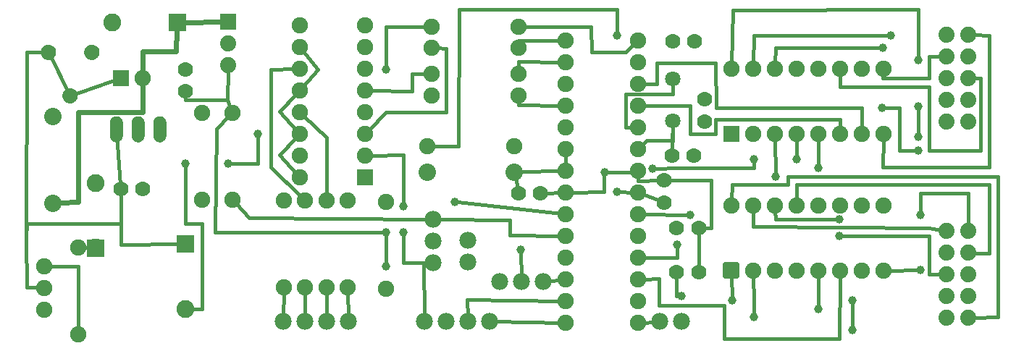
<source format=gbl>
G04 MADE WITH FRITZING*
G04 WWW.FRITZING.ORG*
G04 DOUBLE SIDED*
G04 HOLES PLATED*
G04 CONTOUR ON CENTER OF CONTOUR VECTOR*
%ASAXBY*%
%FSLAX23Y23*%
%MOIN*%
%OFA0B0*%
%SFA1.0B1.0*%
%ADD10C,0.039370*%
%ADD11C,0.070925*%
%ADD12C,0.070866*%
%ADD13C,0.070000*%
%ADD14C,0.082000*%
%ADD15C,0.078000*%
%ADD16C,0.075000*%
%ADD17C,0.074000*%
%ADD18C,0.060000*%
%ADD19C,0.080000*%
%ADD20C,0.074667*%
%ADD21C,0.074695*%
%ADD22R,0.082000X0.082000*%
%ADD23R,0.075000X0.075000*%
%ADD24C,0.016000*%
%ADD25C,0.024000*%
%ADD26C,0.020000*%
%ADD27R,0.001000X0.001000*%
%LNCOPPER0*%
G90*
G70*
G54D10*
X2305Y449D03*
X3044Y234D03*
G54D11*
X3005Y1041D03*
G54D12*
X3005Y1234D03*
G54D13*
X3101Y880D03*
X3001Y880D03*
X3105Y1407D03*
X3005Y1407D03*
G54D10*
X4134Y966D03*
X4134Y1108D03*
X4008Y1435D03*
X4134Y903D03*
X3970Y1377D03*
X3379Y864D03*
X3575Y864D03*
X3279Y215D03*
X3831Y215D03*
X3831Y76D03*
X3772Y589D03*
X3772Y510D03*
X4146Y608D03*
X4146Y353D03*
X1686Y1277D03*
X1095Y982D03*
X957Y844D03*
X760Y844D03*
X3674Y825D03*
X2749Y1435D03*
X2749Y714D03*
X3083Y608D03*
X3477Y785D03*
X2910Y821D03*
X3379Y136D03*
X3674Y175D03*
X1764Y648D03*
X1764Y529D03*
X1686Y529D03*
X3969Y1100D03*
X3024Y470D03*
X2001Y667D03*
X2690Y805D03*
X1686Y372D03*
X4134Y1321D03*
G54D13*
X3022Y549D03*
X3123Y549D03*
X3150Y1039D03*
X3150Y1140D03*
G54D14*
X760Y475D03*
X760Y175D03*
G54D15*
X1512Y116D03*
X1412Y116D03*
X1312Y116D03*
X1212Y116D03*
X2409Y301D03*
X2309Y301D03*
X2209Y301D03*
X2944Y116D03*
X3044Y116D03*
X2060Y492D03*
X2060Y392D03*
X1902Y588D03*
X1902Y488D03*
X1902Y388D03*
G54D16*
X1876Y923D03*
X2276Y923D03*
X977Y1079D03*
X977Y679D03*
G54D17*
X4264Y1438D03*
X4364Y1438D03*
X4264Y1338D03*
X4364Y1338D03*
X4264Y1238D03*
X4364Y1238D03*
X4264Y1138D03*
X4364Y1138D03*
X4264Y1038D03*
X4364Y1038D03*
X4264Y533D03*
X4364Y533D03*
X4264Y433D03*
X4364Y433D03*
X4264Y333D03*
X4364Y333D03*
X4264Y233D03*
X4364Y233D03*
X4264Y133D03*
X4364Y133D03*
G54D15*
X1860Y116D03*
X1960Y116D03*
X2060Y116D03*
X2160Y116D03*
G54D16*
X2845Y111D03*
X2845Y211D03*
X2845Y311D03*
X2845Y411D03*
X2845Y511D03*
X2845Y611D03*
X2845Y711D03*
X2845Y811D03*
X2845Y911D03*
X2845Y1011D03*
X2845Y1111D03*
X2845Y1211D03*
X2845Y1311D03*
X2512Y1411D03*
X2512Y1311D03*
X2512Y1211D03*
X2512Y1111D03*
X2512Y1011D03*
X2512Y911D03*
X2512Y811D03*
X2512Y711D03*
X2512Y611D03*
X2512Y511D03*
X2512Y411D03*
X2512Y311D03*
X2512Y211D03*
X2512Y111D03*
X2845Y1411D03*
G54D17*
X957Y1497D03*
X957Y1397D03*
X957Y1297D03*
G54D16*
X1587Y781D03*
X1287Y781D03*
X1587Y881D03*
X1287Y881D03*
X1587Y981D03*
X1287Y981D03*
X1587Y1081D03*
X1287Y1081D03*
X1587Y1181D03*
X1287Y1181D03*
X1587Y1281D03*
X1287Y1281D03*
X1587Y1381D03*
X1287Y1381D03*
X1587Y1481D03*
X1287Y1481D03*
G54D13*
X331Y1356D03*
X131Y1356D03*
X231Y1156D03*
G54D16*
X3274Y352D03*
X3274Y652D03*
X3374Y352D03*
X3374Y652D03*
X3474Y352D03*
X3474Y652D03*
X3574Y352D03*
X3574Y652D03*
X3674Y352D03*
X3674Y652D03*
X3774Y352D03*
X3774Y652D03*
X3874Y352D03*
X3874Y652D03*
X3974Y352D03*
X3974Y652D03*
X3274Y982D03*
X3274Y1282D03*
X3374Y982D03*
X3374Y1282D03*
X3474Y982D03*
X3474Y1282D03*
X3574Y982D03*
X3574Y1282D03*
X3674Y982D03*
X3674Y1282D03*
X3774Y982D03*
X3774Y1282D03*
X3874Y982D03*
X3874Y1282D03*
X3974Y982D03*
X3974Y1282D03*
G54D14*
X724Y1494D03*
X426Y1494D03*
G54D18*
X644Y1002D03*
X544Y1002D03*
X444Y1002D03*
G54D16*
X464Y1238D03*
X564Y1238D03*
G54D13*
X760Y1279D03*
X760Y1179D03*
G54D16*
X1213Y674D03*
X1213Y274D03*
X1312Y674D03*
X1312Y274D03*
X1410Y674D03*
X1410Y274D03*
X1508Y674D03*
X1508Y274D03*
X2296Y1159D03*
X1896Y1159D03*
X2296Y1258D03*
X1896Y1258D03*
X2296Y1376D03*
X1896Y1376D03*
X2296Y1474D03*
X1896Y1474D03*
G54D19*
X150Y1061D03*
X150Y661D03*
G54D16*
X839Y1079D03*
X839Y679D03*
G54D13*
X463Y726D03*
X564Y726D03*
G54D14*
X347Y456D03*
X347Y754D03*
G54D19*
X2276Y805D03*
X1876Y805D03*
G54D13*
X2396Y707D03*
X2296Y707D03*
X2965Y665D03*
X2965Y766D03*
G54D16*
X1686Y667D03*
X1686Y267D03*
G54D13*
X3123Y344D03*
X3022Y344D03*
G54D16*
X268Y457D03*
X268Y57D03*
G54D20*
X111Y172D03*
X111Y272D03*
G54D21*
X111Y372D03*
G54D22*
X760Y475D03*
G54D23*
X1587Y781D03*
X3274Y982D03*
G54D22*
X725Y1494D03*
G54D23*
X464Y1238D03*
G54D22*
X347Y455D03*
G54D24*
X3005Y986D02*
X3001Y900D01*
D02*
X3005Y1020D02*
X3005Y986D01*
D02*
X3005Y1163D02*
X2788Y1163D01*
D02*
X2788Y1163D02*
X2788Y1010D01*
D02*
X2788Y1010D02*
X2822Y1011D01*
D02*
X3005Y1213D02*
X3005Y1163D01*
D02*
X2886Y951D02*
X2861Y927D01*
D02*
X3001Y951D02*
X2886Y951D01*
D02*
X3004Y1020D02*
X3001Y951D01*
D02*
X2309Y326D02*
X2305Y435D01*
D02*
X2867Y112D02*
X2919Y115D01*
D02*
X3020Y234D02*
X3022Y324D01*
D02*
X3031Y234D02*
X3020Y234D01*
D02*
X3123Y529D02*
X3123Y365D01*
D02*
X1370Y1278D02*
X1302Y1198D01*
D02*
X1302Y1363D02*
X1370Y1278D01*
D02*
X1859Y387D02*
X1878Y388D01*
D02*
X1860Y141D02*
X1859Y387D01*
D02*
X4134Y980D02*
X4134Y1095D01*
D02*
X3995Y1435D02*
X3378Y1435D01*
D02*
X3378Y1435D02*
X3374Y1305D01*
D02*
X3956Y1377D02*
X3477Y1377D01*
D02*
X3477Y1377D02*
X3475Y1305D01*
D02*
X4390Y1437D02*
X4461Y1435D01*
D02*
X3279Y228D02*
X3275Y329D01*
D02*
X3831Y90D02*
X3831Y201D01*
D02*
X4462Y430D02*
X4390Y432D01*
D02*
X4462Y747D02*
X4462Y430D01*
D02*
X3576Y747D02*
X4462Y747D01*
D02*
X3574Y675D02*
X3576Y747D01*
D02*
X3375Y553D02*
X3374Y629D01*
D02*
X4185Y549D02*
X3375Y553D01*
D02*
X4239Y538D02*
X4185Y549D01*
D02*
X3477Y589D02*
X3475Y629D01*
D02*
X3758Y589D02*
X3477Y589D01*
D02*
X4185Y510D02*
X3785Y510D01*
D02*
X4185Y333D02*
X4185Y510D01*
D02*
X4239Y333D02*
X4185Y333D01*
D02*
X4132Y353D02*
X3997Y352D01*
D02*
X4146Y707D02*
X4146Y622D01*
D02*
X4363Y707D02*
X4146Y707D01*
D02*
X4364Y558D02*
X4363Y707D01*
D02*
X1685Y1474D02*
X1873Y1474D01*
D02*
X1686Y1291D02*
X1685Y1474D01*
D02*
X2490Y309D02*
X2434Y304D01*
D02*
X1095Y845D02*
X971Y844D01*
D02*
X1095Y969D02*
X1095Y845D01*
D02*
X761Y569D02*
X839Y569D01*
D02*
X839Y569D02*
X839Y174D01*
D02*
X839Y174D02*
X787Y175D01*
D02*
X760Y831D02*
X761Y569D01*
D02*
X1212Y141D02*
X1213Y250D01*
D02*
X4121Y904D02*
X4049Y904D01*
D02*
X4049Y904D02*
X4049Y1100D01*
D02*
X4049Y1100D02*
X3983Y1100D01*
D02*
X3674Y838D02*
X3674Y959D01*
D02*
X2866Y703D02*
X2946Y673D01*
D02*
X3182Y548D02*
X3182Y766D01*
D02*
X3143Y549D02*
X3182Y548D01*
D02*
X3182Y766D02*
X2986Y766D01*
D02*
X2762Y714D02*
X2822Y712D01*
D02*
X2747Y1553D02*
X2749Y1448D01*
D02*
X2019Y923D02*
X2021Y1553D01*
D02*
X1899Y923D02*
X2019Y923D01*
D02*
X2021Y1553D02*
X2747Y1553D01*
D02*
X3378Y215D02*
X3375Y329D01*
D02*
X3378Y825D02*
X3024Y825D01*
D02*
X3379Y851D02*
X3378Y825D01*
D02*
X3574Y959D02*
X3575Y878D01*
D02*
X3024Y825D02*
X2923Y821D01*
D02*
X3477Y799D02*
X3474Y959D01*
D02*
X2867Y611D02*
X3070Y608D01*
D02*
X3279Y747D02*
X3536Y747D01*
D02*
X4501Y785D02*
X4501Y136D01*
D02*
X3536Y785D02*
X4501Y785D01*
D02*
X3536Y747D02*
X3536Y785D01*
D02*
X3275Y675D02*
X3279Y747D01*
D02*
X3378Y215D02*
X3379Y149D01*
D02*
X1765Y884D02*
X1764Y661D01*
D02*
X1610Y881D02*
X1765Y884D01*
D02*
X3674Y189D02*
X3674Y329D01*
D02*
X4501Y136D02*
X4390Y133D01*
D02*
X1686Y516D02*
X1686Y385D01*
D02*
X1764Y388D02*
X1878Y388D01*
D02*
X1764Y516D02*
X1764Y388D01*
D02*
X2184Y116D02*
X2490Y112D01*
D02*
X1511Y141D02*
X1509Y250D01*
D02*
X1411Y141D02*
X1410Y250D01*
D02*
X2296Y1411D02*
X2296Y1399D01*
D02*
X2490Y1411D02*
X2296Y1411D01*
D02*
X2296Y1313D02*
X2296Y1281D01*
D02*
X2490Y1311D02*
X2296Y1313D01*
D02*
X1312Y141D02*
X1312Y250D01*
D02*
X2293Y1115D02*
X2294Y1136D01*
D02*
X2490Y1112D02*
X2293Y1115D01*
D02*
X2630Y1357D02*
X2629Y1474D01*
D02*
X2629Y1474D02*
X2319Y1474D01*
D02*
X2788Y1357D02*
X2630Y1357D01*
D02*
X2829Y1396D02*
X2788Y1357D01*
D02*
X2060Y141D02*
X2059Y216D01*
D02*
X2059Y216D02*
X2490Y212D01*
D02*
X1804Y1257D02*
X1873Y1258D01*
D02*
X1804Y1179D02*
X1804Y1257D01*
D02*
X1610Y1180D02*
X1804Y1179D01*
D02*
X4185Y1199D02*
X3773Y1199D01*
D02*
X4422Y903D02*
X4186Y903D01*
D02*
X4422Y1239D02*
X4422Y903D01*
D02*
X4186Y903D02*
X4185Y1199D01*
D02*
X4390Y1238D02*
X4422Y1239D01*
D02*
X3773Y1199D02*
X3774Y1259D01*
D02*
X4186Y1336D02*
X4186Y1237D01*
D02*
X4239Y1338D02*
X4186Y1336D01*
D02*
X3970Y1238D02*
X3972Y1259D01*
D02*
X4186Y1237D02*
X3970Y1238D01*
D02*
X4461Y1435D02*
X4460Y826D01*
D02*
X3970Y826D02*
X3973Y959D01*
D02*
X4460Y826D02*
X3970Y826D01*
D02*
X1304Y1064D02*
X1410Y963D01*
D02*
X1410Y963D02*
X1410Y697D01*
D02*
X2292Y727D02*
X2281Y780D01*
D02*
X2490Y811D02*
X2302Y806D01*
D02*
X2512Y889D02*
X2512Y834D01*
D02*
X3241Y38D02*
X3771Y38D01*
D02*
X3241Y191D02*
X3241Y38D01*
D02*
X2941Y191D02*
X3241Y191D01*
D02*
X2941Y313D02*
X2941Y191D01*
D02*
X2867Y312D02*
X2941Y313D01*
D02*
X3771Y38D02*
X3774Y329D01*
D02*
X1685Y1081D02*
X1961Y1081D01*
D02*
X1603Y997D02*
X1685Y1081D01*
D02*
X1961Y1081D02*
X1961Y1375D01*
D02*
X1961Y1375D02*
X1919Y1376D01*
D02*
X1264Y1280D02*
X1153Y1279D01*
D02*
X1153Y1279D02*
X1154Y828D01*
D02*
X1154Y828D02*
X1295Y690D01*
D02*
X2867Y1111D02*
X3083Y1112D01*
D02*
X3083Y982D02*
X3202Y982D01*
D02*
X3083Y1112D02*
X3083Y982D01*
D02*
X3202Y982D02*
X3202Y1049D01*
D02*
X3202Y1049D02*
X3776Y1049D01*
D02*
X3776Y1049D02*
X3775Y1005D01*
D02*
X3023Y412D02*
X3024Y457D01*
D02*
X2867Y411D02*
X3023Y412D01*
D02*
X2930Y1210D02*
X2930Y1309D01*
D02*
X2867Y1211D02*
X2930Y1210D01*
D02*
X2930Y1309D02*
X3202Y1309D01*
D02*
X3202Y1309D02*
X3203Y1100D01*
D02*
X3203Y1100D02*
X3874Y1100D01*
D02*
X3874Y1100D02*
X3874Y1005D01*
D02*
X2253Y584D02*
X1927Y588D01*
D02*
X2253Y513D02*
X2253Y584D01*
D02*
X2490Y512D02*
X2253Y513D01*
D02*
X1055Y593D02*
X1878Y589D01*
D02*
X993Y662D02*
X1055Y593D01*
G54D25*
D02*
X927Y1497D02*
X756Y1494D01*
D02*
X564Y1360D02*
X717Y1360D01*
D02*
X717Y1360D02*
X722Y1462D01*
D02*
X564Y1267D02*
X564Y1360D01*
D02*
X268Y668D02*
X268Y1081D01*
D02*
X181Y663D02*
X268Y668D01*
D02*
X563Y1081D02*
X564Y1209D01*
D02*
X268Y1081D02*
X563Y1081D01*
G54D24*
D02*
X291Y457D02*
X321Y456D01*
D02*
X137Y372D02*
X267Y371D01*
D02*
X267Y371D02*
X268Y80D01*
D02*
X2490Y614D02*
X2014Y666D01*
D02*
X762Y1139D02*
X956Y1139D01*
D02*
X956Y1139D02*
X969Y1101D01*
D02*
X761Y1158D02*
X762Y1139D01*
D02*
X762Y1139D02*
X761Y1158D01*
D02*
X956Y1139D02*
X762Y1139D01*
D02*
X957Y1272D02*
X956Y1139D01*
D02*
X1672Y529D02*
X897Y528D01*
D02*
X903Y1004D02*
X961Y1063D01*
D02*
X897Y528D02*
X903Y1004D01*
D02*
X1193Y1084D02*
X1271Y1164D01*
D02*
X1272Y998D02*
X1193Y1084D01*
D02*
X1194Y885D02*
X1271Y964D01*
D02*
X1272Y798D02*
X1194Y885D01*
D02*
X31Y569D02*
X466Y569D01*
D02*
X466Y569D02*
X464Y706D01*
D02*
X28Y502D02*
X31Y569D01*
D02*
X32Y275D02*
X28Y502D01*
D02*
X85Y273D02*
X32Y275D01*
D02*
X466Y471D02*
X734Y475D01*
D02*
X466Y569D02*
X466Y471D01*
D02*
X464Y706D02*
X466Y569D01*
D02*
X462Y747D02*
X446Y976D01*
D02*
X140Y1338D02*
X221Y1175D01*
D02*
X32Y1357D02*
X110Y1356D01*
D02*
X28Y502D02*
X32Y1357D01*
D02*
X250Y1163D02*
X442Y1230D01*
D02*
X2843Y765D02*
X2945Y766D01*
D02*
X2844Y789D02*
X2843Y765D01*
D02*
X2812Y804D02*
X2703Y805D01*
D02*
X2823Y807D02*
X2812Y804D01*
D02*
X2689Y792D02*
X2689Y715D01*
D02*
X2689Y715D02*
X2535Y712D01*
D02*
X2490Y710D02*
X2417Y707D01*
D02*
X4135Y1553D02*
X4134Y1334D01*
D02*
X3281Y1552D02*
X4135Y1553D01*
D02*
X3274Y1305D02*
X3281Y1552D01*
G54D26*
X3246Y380D02*
X3301Y380D01*
X3301Y325D01*
X3246Y325D01*
X3246Y380D01*
D02*
G54D27*
X920Y1534D02*
X993Y1534D01*
X920Y1533D02*
X993Y1533D01*
X920Y1532D02*
X993Y1532D01*
X920Y1531D02*
X993Y1531D01*
X920Y1530D02*
X993Y1530D01*
X920Y1529D02*
X993Y1529D01*
X920Y1528D02*
X993Y1528D01*
X920Y1527D02*
X993Y1527D01*
X920Y1526D02*
X993Y1526D01*
X920Y1525D02*
X993Y1525D01*
X920Y1524D02*
X993Y1524D01*
X920Y1523D02*
X993Y1523D01*
X920Y1522D02*
X993Y1522D01*
X920Y1521D02*
X993Y1521D01*
X920Y1520D02*
X993Y1520D01*
X920Y1519D02*
X993Y1519D01*
X920Y1518D02*
X993Y1518D01*
X920Y1517D02*
X993Y1517D01*
X920Y1516D02*
X951Y1516D01*
X963Y1516D02*
X993Y1516D01*
X920Y1515D02*
X948Y1515D01*
X965Y1515D02*
X993Y1515D01*
X920Y1514D02*
X946Y1514D01*
X967Y1514D02*
X993Y1514D01*
X920Y1513D02*
X945Y1513D01*
X969Y1513D02*
X993Y1513D01*
X920Y1512D02*
X943Y1512D01*
X970Y1512D02*
X993Y1512D01*
X920Y1511D02*
X942Y1511D01*
X971Y1511D02*
X993Y1511D01*
X920Y1510D02*
X941Y1510D01*
X972Y1510D02*
X993Y1510D01*
X920Y1509D02*
X941Y1509D01*
X973Y1509D02*
X993Y1509D01*
X920Y1508D02*
X940Y1508D01*
X974Y1508D02*
X993Y1508D01*
X920Y1507D02*
X939Y1507D01*
X974Y1507D02*
X993Y1507D01*
X920Y1506D02*
X939Y1506D01*
X975Y1506D02*
X993Y1506D01*
X920Y1505D02*
X938Y1505D01*
X975Y1505D02*
X993Y1505D01*
X920Y1504D02*
X938Y1504D01*
X976Y1504D02*
X993Y1504D01*
X920Y1503D02*
X937Y1503D01*
X976Y1503D02*
X993Y1503D01*
X920Y1502D02*
X937Y1502D01*
X976Y1502D02*
X993Y1502D01*
X920Y1501D02*
X937Y1501D01*
X976Y1501D02*
X993Y1501D01*
X920Y1500D02*
X937Y1500D01*
X977Y1500D02*
X993Y1500D01*
X920Y1499D02*
X937Y1499D01*
X977Y1499D02*
X993Y1499D01*
X920Y1498D02*
X937Y1498D01*
X977Y1498D02*
X993Y1498D01*
X920Y1497D02*
X937Y1497D01*
X977Y1497D02*
X993Y1497D01*
X920Y1496D02*
X937Y1496D01*
X977Y1496D02*
X993Y1496D01*
X920Y1495D02*
X937Y1495D01*
X977Y1495D02*
X993Y1495D01*
X920Y1494D02*
X937Y1494D01*
X977Y1494D02*
X993Y1494D01*
X920Y1493D02*
X937Y1493D01*
X976Y1493D02*
X993Y1493D01*
X920Y1492D02*
X937Y1492D01*
X976Y1492D02*
X993Y1492D01*
X920Y1491D02*
X938Y1491D01*
X976Y1491D02*
X993Y1491D01*
X920Y1490D02*
X938Y1490D01*
X975Y1490D02*
X993Y1490D01*
X920Y1489D02*
X938Y1489D01*
X975Y1489D02*
X993Y1489D01*
X920Y1488D02*
X939Y1488D01*
X974Y1488D02*
X993Y1488D01*
X920Y1487D02*
X939Y1487D01*
X974Y1487D02*
X993Y1487D01*
X920Y1486D02*
X940Y1486D01*
X973Y1486D02*
X993Y1486D01*
X920Y1485D02*
X941Y1485D01*
X973Y1485D02*
X993Y1485D01*
X920Y1484D02*
X942Y1484D01*
X972Y1484D02*
X993Y1484D01*
X920Y1483D02*
X943Y1483D01*
X971Y1483D02*
X993Y1483D01*
X920Y1482D02*
X944Y1482D01*
X970Y1482D02*
X993Y1482D01*
X920Y1481D02*
X945Y1481D01*
X968Y1481D02*
X993Y1481D01*
X920Y1480D02*
X947Y1480D01*
X967Y1480D02*
X993Y1480D01*
X920Y1479D02*
X949Y1479D01*
X965Y1479D02*
X993Y1479D01*
X920Y1478D02*
X952Y1478D01*
X961Y1478D02*
X993Y1478D01*
X920Y1477D02*
X993Y1477D01*
X920Y1476D02*
X993Y1476D01*
X920Y1475D02*
X993Y1475D01*
X920Y1474D02*
X993Y1474D01*
X920Y1473D02*
X993Y1473D01*
X920Y1472D02*
X993Y1472D01*
X920Y1471D02*
X993Y1471D01*
X920Y1470D02*
X993Y1470D01*
X920Y1469D02*
X993Y1469D01*
X920Y1468D02*
X993Y1468D01*
X920Y1467D02*
X993Y1467D01*
X920Y1466D02*
X993Y1466D01*
X920Y1465D02*
X993Y1465D01*
X920Y1464D02*
X993Y1464D01*
X920Y1463D02*
X993Y1463D01*
X920Y1462D02*
X993Y1462D01*
X920Y1461D02*
X993Y1461D01*
X127Y1391D02*
X133Y1391D01*
X327Y1391D02*
X333Y1391D01*
X122Y1390D02*
X138Y1390D01*
X322Y1390D02*
X338Y1390D01*
X119Y1389D02*
X141Y1389D01*
X319Y1389D02*
X341Y1389D01*
X116Y1388D02*
X144Y1388D01*
X316Y1388D02*
X344Y1388D01*
X114Y1387D02*
X146Y1387D01*
X314Y1387D02*
X346Y1387D01*
X112Y1386D02*
X148Y1386D01*
X312Y1386D02*
X348Y1386D01*
X111Y1385D02*
X149Y1385D01*
X311Y1385D02*
X349Y1385D01*
X109Y1384D02*
X151Y1384D01*
X309Y1384D02*
X351Y1384D01*
X108Y1383D02*
X152Y1383D01*
X308Y1383D02*
X352Y1383D01*
X107Y1382D02*
X153Y1382D01*
X307Y1382D02*
X353Y1382D01*
X106Y1381D02*
X154Y1381D01*
X306Y1381D02*
X354Y1381D01*
X105Y1380D02*
X155Y1380D01*
X305Y1380D02*
X355Y1380D01*
X104Y1379D02*
X156Y1379D01*
X304Y1379D02*
X356Y1379D01*
X103Y1378D02*
X157Y1378D01*
X303Y1378D02*
X357Y1378D01*
X102Y1377D02*
X158Y1377D01*
X302Y1377D02*
X358Y1377D01*
X102Y1376D02*
X158Y1376D01*
X302Y1376D02*
X358Y1376D01*
X101Y1375D02*
X159Y1375D01*
X301Y1375D02*
X359Y1375D01*
X101Y1374D02*
X159Y1374D01*
X301Y1374D02*
X359Y1374D01*
X100Y1373D02*
X160Y1373D01*
X300Y1373D02*
X360Y1373D01*
X99Y1372D02*
X161Y1372D01*
X299Y1372D02*
X361Y1372D01*
X99Y1371D02*
X126Y1371D01*
X134Y1371D02*
X161Y1371D01*
X299Y1371D02*
X326Y1371D01*
X334Y1371D02*
X361Y1371D01*
X99Y1370D02*
X123Y1370D01*
X137Y1370D02*
X162Y1370D01*
X299Y1370D02*
X323Y1370D01*
X337Y1370D02*
X361Y1370D01*
X98Y1369D02*
X121Y1369D01*
X139Y1369D02*
X162Y1369D01*
X298Y1369D02*
X321Y1369D01*
X339Y1369D02*
X362Y1369D01*
X98Y1368D02*
X120Y1368D01*
X140Y1368D02*
X162Y1368D01*
X298Y1368D02*
X320Y1368D01*
X340Y1368D02*
X362Y1368D01*
X97Y1367D02*
X119Y1367D01*
X141Y1367D02*
X163Y1367D01*
X297Y1367D02*
X319Y1367D01*
X341Y1367D02*
X363Y1367D01*
X97Y1366D02*
X118Y1366D01*
X142Y1366D02*
X163Y1366D01*
X297Y1366D02*
X318Y1366D01*
X342Y1366D02*
X363Y1366D01*
X97Y1365D02*
X117Y1365D01*
X143Y1365D02*
X163Y1365D01*
X297Y1365D02*
X317Y1365D01*
X343Y1365D02*
X363Y1365D01*
X97Y1364D02*
X117Y1364D01*
X143Y1364D02*
X164Y1364D01*
X297Y1364D02*
X317Y1364D01*
X343Y1364D02*
X363Y1364D01*
X96Y1363D02*
X116Y1363D01*
X144Y1363D02*
X164Y1363D01*
X296Y1363D02*
X316Y1363D01*
X344Y1363D02*
X364Y1363D01*
X96Y1362D02*
X115Y1362D01*
X145Y1362D02*
X164Y1362D01*
X296Y1362D02*
X315Y1362D01*
X345Y1362D02*
X364Y1362D01*
X96Y1361D02*
X115Y1361D01*
X145Y1361D02*
X164Y1361D01*
X296Y1361D02*
X315Y1361D01*
X345Y1361D02*
X364Y1361D01*
X96Y1360D02*
X115Y1360D01*
X145Y1360D02*
X164Y1360D01*
X296Y1360D02*
X315Y1360D01*
X345Y1360D02*
X364Y1360D01*
X96Y1359D02*
X115Y1359D01*
X145Y1359D02*
X164Y1359D01*
X296Y1359D02*
X315Y1359D01*
X345Y1359D02*
X364Y1359D01*
X96Y1358D02*
X115Y1358D01*
X145Y1358D02*
X164Y1358D01*
X296Y1358D02*
X315Y1358D01*
X345Y1358D02*
X364Y1358D01*
X96Y1357D02*
X115Y1357D01*
X145Y1357D02*
X164Y1357D01*
X296Y1357D02*
X315Y1357D01*
X345Y1357D02*
X364Y1357D01*
X96Y1356D02*
X115Y1356D01*
X146Y1356D02*
X165Y1356D01*
X296Y1356D02*
X315Y1356D01*
X345Y1356D02*
X364Y1356D01*
X96Y1355D02*
X115Y1355D01*
X145Y1355D02*
X164Y1355D01*
X296Y1355D02*
X315Y1355D01*
X345Y1355D02*
X364Y1355D01*
X96Y1354D02*
X115Y1354D01*
X145Y1354D02*
X164Y1354D01*
X296Y1354D02*
X315Y1354D01*
X345Y1354D02*
X364Y1354D01*
X96Y1353D02*
X115Y1353D01*
X145Y1353D02*
X164Y1353D01*
X296Y1353D02*
X315Y1353D01*
X345Y1353D02*
X364Y1353D01*
X96Y1352D02*
X115Y1352D01*
X145Y1352D02*
X164Y1352D01*
X296Y1352D02*
X315Y1352D01*
X345Y1352D02*
X364Y1352D01*
X96Y1351D02*
X115Y1351D01*
X145Y1351D02*
X164Y1351D01*
X296Y1351D02*
X315Y1351D01*
X345Y1351D02*
X364Y1351D01*
X96Y1350D02*
X116Y1350D01*
X144Y1350D02*
X164Y1350D01*
X296Y1350D02*
X316Y1350D01*
X344Y1350D02*
X364Y1350D01*
X96Y1349D02*
X116Y1349D01*
X144Y1349D02*
X164Y1349D01*
X296Y1349D02*
X316Y1349D01*
X344Y1349D02*
X364Y1349D01*
X97Y1348D02*
X117Y1348D01*
X143Y1348D02*
X163Y1348D01*
X297Y1348D02*
X317Y1348D01*
X343Y1348D02*
X363Y1348D01*
X97Y1347D02*
X118Y1347D01*
X142Y1347D02*
X163Y1347D01*
X297Y1347D02*
X318Y1347D01*
X342Y1347D02*
X363Y1347D01*
X97Y1346D02*
X119Y1346D01*
X141Y1346D02*
X163Y1346D01*
X297Y1346D02*
X319Y1346D01*
X341Y1346D02*
X363Y1346D01*
X98Y1345D02*
X120Y1345D01*
X140Y1345D02*
X162Y1345D01*
X298Y1345D02*
X320Y1345D01*
X340Y1345D02*
X362Y1345D01*
X98Y1344D02*
X121Y1344D01*
X139Y1344D02*
X162Y1344D01*
X298Y1344D02*
X321Y1344D01*
X339Y1344D02*
X362Y1344D01*
X98Y1343D02*
X122Y1343D01*
X138Y1343D02*
X162Y1343D01*
X298Y1343D02*
X322Y1343D01*
X338Y1343D02*
X362Y1343D01*
X99Y1342D02*
X125Y1342D01*
X135Y1342D02*
X161Y1342D01*
X299Y1342D02*
X325Y1342D01*
X335Y1342D02*
X361Y1342D01*
X99Y1341D02*
X161Y1341D01*
X299Y1341D02*
X361Y1341D01*
X100Y1340D02*
X160Y1340D01*
X300Y1340D02*
X360Y1340D01*
X100Y1339D02*
X160Y1339D01*
X300Y1339D02*
X360Y1339D01*
X101Y1338D02*
X159Y1338D01*
X301Y1338D02*
X359Y1338D01*
X101Y1337D02*
X159Y1337D01*
X301Y1337D02*
X359Y1337D01*
X102Y1336D02*
X158Y1336D01*
X302Y1336D02*
X358Y1336D01*
X103Y1335D02*
X157Y1335D01*
X303Y1335D02*
X357Y1335D01*
X104Y1334D02*
X156Y1334D01*
X304Y1334D02*
X356Y1334D01*
X104Y1333D02*
X156Y1333D01*
X304Y1333D02*
X356Y1333D01*
X105Y1332D02*
X155Y1332D01*
X305Y1332D02*
X355Y1332D01*
X106Y1331D02*
X154Y1331D01*
X306Y1331D02*
X354Y1331D01*
X108Y1330D02*
X153Y1330D01*
X307Y1330D02*
X353Y1330D01*
X109Y1329D02*
X151Y1329D01*
X309Y1329D02*
X351Y1329D01*
X110Y1328D02*
X150Y1328D01*
X310Y1328D02*
X350Y1328D01*
X112Y1327D02*
X148Y1327D01*
X312Y1327D02*
X348Y1327D01*
X113Y1326D02*
X147Y1326D01*
X313Y1326D02*
X347Y1326D01*
X115Y1325D02*
X145Y1325D01*
X315Y1325D02*
X345Y1325D01*
X118Y1324D02*
X142Y1324D01*
X318Y1324D02*
X342Y1324D01*
X120Y1323D02*
X140Y1323D01*
X320Y1323D02*
X340Y1323D01*
X124Y1322D02*
X136Y1322D01*
X324Y1322D02*
X336Y1322D01*
X226Y1191D02*
X234Y1191D01*
X222Y1190D02*
X238Y1190D01*
X219Y1189D02*
X241Y1189D01*
X216Y1188D02*
X244Y1188D01*
X214Y1187D02*
X246Y1187D01*
X212Y1186D02*
X248Y1186D01*
X211Y1185D02*
X249Y1185D01*
X209Y1184D02*
X251Y1184D01*
X208Y1183D02*
X252Y1183D01*
X207Y1182D02*
X253Y1182D01*
X206Y1181D02*
X254Y1181D01*
X205Y1180D02*
X255Y1180D01*
X204Y1179D02*
X256Y1179D01*
X203Y1178D02*
X257Y1178D01*
X202Y1177D02*
X258Y1177D01*
X202Y1176D02*
X258Y1176D01*
X201Y1175D02*
X259Y1175D01*
X201Y1174D02*
X260Y1174D01*
X200Y1173D02*
X260Y1173D01*
X199Y1172D02*
X261Y1172D01*
X199Y1171D02*
X226Y1171D01*
X234Y1171D02*
X261Y1171D01*
X198Y1170D02*
X223Y1170D01*
X237Y1170D02*
X262Y1170D01*
X198Y1169D02*
X221Y1169D01*
X239Y1169D02*
X262Y1169D01*
X198Y1168D02*
X220Y1168D01*
X240Y1168D02*
X262Y1168D01*
X197Y1167D02*
X219Y1167D01*
X241Y1167D02*
X263Y1167D01*
X197Y1166D02*
X218Y1166D01*
X242Y1166D02*
X263Y1166D01*
X197Y1165D02*
X217Y1165D01*
X243Y1165D02*
X263Y1165D01*
X197Y1164D02*
X217Y1164D01*
X244Y1164D02*
X264Y1164D01*
X196Y1163D02*
X216Y1163D01*
X244Y1163D02*
X264Y1163D01*
X196Y1162D02*
X215Y1162D01*
X245Y1162D02*
X264Y1162D01*
X196Y1161D02*
X215Y1161D01*
X245Y1161D02*
X264Y1161D01*
X196Y1160D02*
X215Y1160D01*
X245Y1160D02*
X264Y1160D01*
X196Y1159D02*
X215Y1159D01*
X245Y1159D02*
X264Y1159D01*
X196Y1158D02*
X215Y1158D01*
X245Y1158D02*
X264Y1158D01*
X196Y1157D02*
X215Y1157D01*
X245Y1157D02*
X264Y1157D01*
X196Y1156D02*
X215Y1156D01*
X245Y1156D02*
X264Y1156D01*
X196Y1155D02*
X215Y1155D01*
X245Y1155D02*
X264Y1155D01*
X196Y1154D02*
X215Y1154D01*
X245Y1154D02*
X264Y1154D01*
X196Y1153D02*
X215Y1153D01*
X245Y1153D02*
X264Y1153D01*
X196Y1152D02*
X215Y1152D01*
X245Y1152D02*
X264Y1152D01*
X196Y1151D02*
X215Y1151D01*
X245Y1151D02*
X264Y1151D01*
X196Y1150D02*
X216Y1150D01*
X244Y1150D02*
X264Y1150D01*
X196Y1149D02*
X216Y1149D01*
X244Y1149D02*
X264Y1149D01*
X197Y1148D02*
X217Y1148D01*
X243Y1148D02*
X263Y1148D01*
X197Y1147D02*
X218Y1147D01*
X242Y1147D02*
X263Y1147D01*
X197Y1146D02*
X219Y1146D01*
X241Y1146D02*
X263Y1146D01*
X198Y1145D02*
X220Y1145D01*
X240Y1145D02*
X262Y1145D01*
X198Y1144D02*
X221Y1144D01*
X239Y1144D02*
X262Y1144D01*
X198Y1143D02*
X222Y1143D01*
X238Y1143D02*
X262Y1143D01*
X199Y1142D02*
X225Y1142D01*
X235Y1142D02*
X261Y1142D01*
X199Y1141D02*
X261Y1141D01*
X200Y1140D02*
X260Y1140D01*
X200Y1139D02*
X260Y1139D01*
X201Y1138D02*
X259Y1138D01*
X201Y1137D02*
X259Y1137D01*
X202Y1136D02*
X258Y1136D01*
X203Y1135D02*
X257Y1135D01*
X204Y1134D02*
X256Y1134D01*
X205Y1133D02*
X256Y1133D01*
X205Y1132D02*
X255Y1132D01*
X206Y1131D02*
X254Y1131D01*
X208Y1130D02*
X252Y1130D01*
X209Y1129D02*
X251Y1129D01*
X210Y1128D02*
X250Y1128D01*
X212Y1127D02*
X248Y1127D01*
X213Y1126D02*
X247Y1126D01*
X215Y1125D02*
X245Y1125D01*
X218Y1124D02*
X242Y1124D01*
X220Y1123D02*
X240Y1123D01*
X224Y1122D02*
X236Y1122D01*
X443Y1062D02*
X444Y1062D01*
X543Y1062D02*
X544Y1062D01*
X643Y1062D02*
X644Y1062D01*
X436Y1061D02*
X451Y1061D01*
X536Y1061D02*
X551Y1061D01*
X636Y1061D02*
X651Y1061D01*
X433Y1060D02*
X454Y1060D01*
X533Y1060D02*
X554Y1060D01*
X633Y1060D02*
X654Y1060D01*
X431Y1059D02*
X456Y1059D01*
X531Y1059D02*
X556Y1059D01*
X631Y1059D02*
X656Y1059D01*
X429Y1058D02*
X458Y1058D01*
X529Y1058D02*
X558Y1058D01*
X629Y1058D02*
X658Y1058D01*
X427Y1057D02*
X460Y1057D01*
X527Y1057D02*
X560Y1057D01*
X627Y1057D02*
X660Y1057D01*
X426Y1056D02*
X461Y1056D01*
X526Y1056D02*
X561Y1056D01*
X626Y1056D02*
X661Y1056D01*
X425Y1055D02*
X462Y1055D01*
X525Y1055D02*
X562Y1055D01*
X625Y1055D02*
X662Y1055D01*
X423Y1054D02*
X463Y1054D01*
X523Y1054D02*
X563Y1054D01*
X623Y1054D02*
X663Y1054D01*
X422Y1053D02*
X464Y1053D01*
X522Y1053D02*
X564Y1053D01*
X622Y1053D02*
X664Y1053D01*
X422Y1052D02*
X465Y1052D01*
X521Y1052D02*
X565Y1052D01*
X621Y1052D02*
X665Y1052D01*
X421Y1051D02*
X466Y1051D01*
X521Y1051D02*
X566Y1051D01*
X621Y1051D02*
X666Y1051D01*
X420Y1050D02*
X467Y1050D01*
X520Y1050D02*
X567Y1050D01*
X620Y1050D02*
X667Y1050D01*
X419Y1049D02*
X468Y1049D01*
X519Y1049D02*
X568Y1049D01*
X619Y1049D02*
X668Y1049D01*
X418Y1048D02*
X468Y1048D01*
X518Y1048D02*
X568Y1048D01*
X618Y1048D02*
X668Y1048D01*
X418Y1047D02*
X469Y1047D01*
X518Y1047D02*
X569Y1047D01*
X618Y1047D02*
X669Y1047D01*
X417Y1046D02*
X469Y1046D01*
X517Y1046D02*
X569Y1046D01*
X617Y1046D02*
X669Y1046D01*
X417Y1045D02*
X470Y1045D01*
X517Y1045D02*
X570Y1045D01*
X617Y1045D02*
X670Y1045D01*
X416Y1044D02*
X470Y1044D01*
X516Y1044D02*
X570Y1044D01*
X616Y1044D02*
X670Y1044D01*
X416Y1043D02*
X471Y1043D01*
X516Y1043D02*
X571Y1043D01*
X616Y1043D02*
X671Y1043D01*
X416Y1042D02*
X471Y1042D01*
X516Y1042D02*
X571Y1042D01*
X616Y1042D02*
X671Y1042D01*
X415Y1041D02*
X472Y1041D01*
X515Y1041D02*
X571Y1041D01*
X615Y1041D02*
X671Y1041D01*
X415Y1040D02*
X472Y1040D01*
X515Y1040D02*
X572Y1040D01*
X615Y1040D02*
X672Y1040D01*
X415Y1039D02*
X472Y1039D01*
X515Y1039D02*
X572Y1039D01*
X615Y1039D02*
X672Y1039D01*
X414Y1038D02*
X472Y1038D01*
X514Y1038D02*
X572Y1038D01*
X614Y1038D02*
X672Y1038D01*
X414Y1037D02*
X472Y1037D01*
X514Y1037D02*
X572Y1037D01*
X614Y1037D02*
X672Y1037D01*
X414Y1036D02*
X473Y1036D01*
X514Y1036D02*
X573Y1036D01*
X614Y1036D02*
X673Y1036D01*
X414Y1035D02*
X473Y1035D01*
X514Y1035D02*
X573Y1035D01*
X614Y1035D02*
X673Y1035D01*
X414Y1034D02*
X473Y1034D01*
X514Y1034D02*
X573Y1034D01*
X614Y1034D02*
X673Y1034D01*
X414Y1033D02*
X473Y1033D01*
X514Y1033D02*
X573Y1033D01*
X614Y1033D02*
X673Y1033D01*
X414Y1032D02*
X473Y1032D01*
X514Y1032D02*
X573Y1032D01*
X614Y1032D02*
X673Y1032D01*
X414Y1031D02*
X473Y1031D01*
X514Y1031D02*
X573Y1031D01*
X614Y1031D02*
X673Y1031D01*
X414Y1030D02*
X473Y1030D01*
X514Y1030D02*
X573Y1030D01*
X614Y1030D02*
X673Y1030D01*
X414Y1029D02*
X473Y1029D01*
X514Y1029D02*
X573Y1029D01*
X614Y1029D02*
X673Y1029D01*
X414Y1028D02*
X473Y1028D01*
X514Y1028D02*
X573Y1028D01*
X614Y1028D02*
X673Y1028D01*
X414Y1027D02*
X473Y1027D01*
X514Y1027D02*
X573Y1027D01*
X614Y1027D02*
X673Y1027D01*
X414Y1026D02*
X473Y1026D01*
X514Y1026D02*
X573Y1026D01*
X614Y1026D02*
X673Y1026D01*
X414Y1025D02*
X473Y1025D01*
X514Y1025D02*
X573Y1025D01*
X614Y1025D02*
X673Y1025D01*
X414Y1024D02*
X473Y1024D01*
X514Y1024D02*
X573Y1024D01*
X614Y1024D02*
X673Y1024D01*
X414Y1023D02*
X473Y1023D01*
X514Y1023D02*
X573Y1023D01*
X614Y1023D02*
X673Y1023D01*
X414Y1022D02*
X442Y1022D01*
X444Y1022D02*
X473Y1022D01*
X514Y1022D02*
X542Y1022D01*
X544Y1022D02*
X573Y1022D01*
X614Y1022D02*
X642Y1022D01*
X644Y1022D02*
X673Y1022D01*
X414Y1021D02*
X437Y1021D01*
X450Y1021D02*
X473Y1021D01*
X514Y1021D02*
X537Y1021D01*
X550Y1021D02*
X573Y1021D01*
X614Y1021D02*
X637Y1021D01*
X650Y1021D02*
X673Y1021D01*
X414Y1020D02*
X434Y1020D01*
X453Y1020D02*
X473Y1020D01*
X514Y1020D02*
X534Y1020D01*
X553Y1020D02*
X573Y1020D01*
X614Y1020D02*
X634Y1020D01*
X653Y1020D02*
X673Y1020D01*
X414Y1019D02*
X432Y1019D01*
X454Y1019D02*
X473Y1019D01*
X514Y1019D02*
X532Y1019D01*
X554Y1019D02*
X573Y1019D01*
X614Y1019D02*
X632Y1019D01*
X654Y1019D02*
X673Y1019D01*
X414Y1018D02*
X431Y1018D01*
X456Y1018D02*
X473Y1018D01*
X514Y1018D02*
X531Y1018D01*
X556Y1018D02*
X573Y1018D01*
X614Y1018D02*
X631Y1018D01*
X656Y1018D02*
X673Y1018D01*
X414Y1017D02*
X430Y1017D01*
X457Y1017D02*
X473Y1017D01*
X514Y1017D02*
X530Y1017D01*
X557Y1017D02*
X573Y1017D01*
X614Y1017D02*
X630Y1017D01*
X657Y1017D02*
X673Y1017D01*
X414Y1016D02*
X429Y1016D01*
X458Y1016D02*
X473Y1016D01*
X514Y1016D02*
X529Y1016D01*
X558Y1016D02*
X573Y1016D01*
X614Y1016D02*
X629Y1016D01*
X658Y1016D02*
X673Y1016D01*
X414Y1015D02*
X428Y1015D01*
X459Y1015D02*
X473Y1015D01*
X514Y1015D02*
X528Y1015D01*
X559Y1015D02*
X573Y1015D01*
X614Y1015D02*
X628Y1015D01*
X659Y1015D02*
X673Y1015D01*
X414Y1014D02*
X427Y1014D01*
X460Y1014D02*
X473Y1014D01*
X514Y1014D02*
X527Y1014D01*
X560Y1014D02*
X573Y1014D01*
X614Y1014D02*
X627Y1014D01*
X660Y1014D02*
X673Y1014D01*
X414Y1013D02*
X426Y1013D01*
X461Y1013D02*
X473Y1013D01*
X514Y1013D02*
X526Y1013D01*
X561Y1013D02*
X573Y1013D01*
X614Y1013D02*
X626Y1013D01*
X661Y1013D02*
X673Y1013D01*
X414Y1012D02*
X426Y1012D01*
X461Y1012D02*
X473Y1012D01*
X514Y1012D02*
X526Y1012D01*
X561Y1012D02*
X573Y1012D01*
X614Y1012D02*
X626Y1012D01*
X661Y1012D02*
X673Y1012D01*
X414Y1011D02*
X425Y1011D01*
X462Y1011D02*
X473Y1011D01*
X514Y1011D02*
X525Y1011D01*
X562Y1011D02*
X573Y1011D01*
X614Y1011D02*
X625Y1011D01*
X662Y1011D02*
X673Y1011D01*
X414Y1010D02*
X425Y1010D01*
X462Y1010D02*
X473Y1010D01*
X514Y1010D02*
X525Y1010D01*
X562Y1010D02*
X573Y1010D01*
X614Y1010D02*
X625Y1010D01*
X662Y1010D02*
X673Y1010D01*
X414Y1009D02*
X424Y1009D01*
X463Y1009D02*
X473Y1009D01*
X514Y1009D02*
X524Y1009D01*
X563Y1009D02*
X573Y1009D01*
X614Y1009D02*
X624Y1009D01*
X663Y1009D02*
X673Y1009D01*
X414Y1008D02*
X424Y1008D01*
X463Y1008D02*
X473Y1008D01*
X514Y1008D02*
X524Y1008D01*
X563Y1008D02*
X573Y1008D01*
X614Y1008D02*
X624Y1008D01*
X663Y1008D02*
X673Y1008D01*
X414Y1007D02*
X424Y1007D01*
X463Y1007D02*
X473Y1007D01*
X514Y1007D02*
X524Y1007D01*
X563Y1007D02*
X573Y1007D01*
X614Y1007D02*
X624Y1007D01*
X663Y1007D02*
X673Y1007D01*
X414Y1006D02*
X423Y1006D01*
X463Y1006D02*
X473Y1006D01*
X514Y1006D02*
X523Y1006D01*
X563Y1006D02*
X573Y1006D01*
X614Y1006D02*
X623Y1006D01*
X663Y1006D02*
X673Y1006D01*
X414Y1005D02*
X423Y1005D01*
X464Y1005D02*
X473Y1005D01*
X514Y1005D02*
X523Y1005D01*
X564Y1005D02*
X573Y1005D01*
X614Y1005D02*
X623Y1005D01*
X664Y1005D02*
X673Y1005D01*
X414Y1004D02*
X423Y1004D01*
X464Y1004D02*
X473Y1004D01*
X514Y1004D02*
X523Y1004D01*
X564Y1004D02*
X573Y1004D01*
X614Y1004D02*
X623Y1004D01*
X664Y1004D02*
X673Y1004D01*
X414Y1003D02*
X423Y1003D01*
X464Y1003D02*
X473Y1003D01*
X514Y1003D02*
X523Y1003D01*
X564Y1003D02*
X573Y1003D01*
X614Y1003D02*
X623Y1003D01*
X664Y1003D02*
X673Y1003D01*
X414Y1002D02*
X423Y1002D01*
X464Y1002D02*
X473Y1002D01*
X514Y1002D02*
X523Y1002D01*
X564Y1002D02*
X573Y1002D01*
X614Y1002D02*
X623Y1002D01*
X664Y1002D02*
X673Y1002D01*
X414Y1001D02*
X423Y1001D01*
X464Y1001D02*
X473Y1001D01*
X514Y1001D02*
X523Y1001D01*
X564Y1001D02*
X573Y1001D01*
X614Y1001D02*
X623Y1001D01*
X664Y1001D02*
X673Y1001D01*
X414Y1000D02*
X423Y1000D01*
X464Y1000D02*
X473Y1000D01*
X514Y1000D02*
X523Y1000D01*
X564Y1000D02*
X573Y1000D01*
X614Y1000D02*
X623Y1000D01*
X664Y1000D02*
X673Y1000D01*
X414Y999D02*
X423Y999D01*
X464Y999D02*
X473Y999D01*
X514Y999D02*
X523Y999D01*
X564Y999D02*
X573Y999D01*
X614Y999D02*
X623Y999D01*
X664Y999D02*
X673Y999D01*
X414Y998D02*
X423Y998D01*
X463Y998D02*
X473Y998D01*
X514Y998D02*
X523Y998D01*
X563Y998D02*
X573Y998D01*
X614Y998D02*
X623Y998D01*
X663Y998D02*
X673Y998D01*
X414Y997D02*
X424Y997D01*
X463Y997D02*
X473Y997D01*
X514Y997D02*
X524Y997D01*
X563Y997D02*
X573Y997D01*
X614Y997D02*
X624Y997D01*
X663Y997D02*
X673Y997D01*
X414Y996D02*
X424Y996D01*
X463Y996D02*
X473Y996D01*
X514Y996D02*
X524Y996D01*
X563Y996D02*
X573Y996D01*
X614Y996D02*
X624Y996D01*
X663Y996D02*
X673Y996D01*
X414Y995D02*
X424Y995D01*
X463Y995D02*
X473Y995D01*
X514Y995D02*
X524Y995D01*
X563Y995D02*
X573Y995D01*
X614Y995D02*
X624Y995D01*
X662Y995D02*
X673Y995D01*
X414Y994D02*
X425Y994D01*
X462Y994D02*
X473Y994D01*
X514Y994D02*
X525Y994D01*
X562Y994D02*
X573Y994D01*
X614Y994D02*
X625Y994D01*
X662Y994D02*
X673Y994D01*
X414Y993D02*
X425Y993D01*
X462Y993D02*
X473Y993D01*
X514Y993D02*
X525Y993D01*
X562Y993D02*
X573Y993D01*
X614Y993D02*
X625Y993D01*
X662Y993D02*
X673Y993D01*
X414Y992D02*
X426Y992D01*
X461Y992D02*
X473Y992D01*
X514Y992D02*
X526Y992D01*
X561Y992D02*
X573Y992D01*
X614Y992D02*
X626Y992D01*
X661Y992D02*
X673Y992D01*
X414Y991D02*
X426Y991D01*
X460Y991D02*
X473Y991D01*
X514Y991D02*
X526Y991D01*
X560Y991D02*
X573Y991D01*
X614Y991D02*
X626Y991D01*
X660Y991D02*
X673Y991D01*
X414Y990D02*
X427Y990D01*
X460Y990D02*
X473Y990D01*
X514Y990D02*
X527Y990D01*
X560Y990D02*
X573Y990D01*
X614Y990D02*
X627Y990D01*
X660Y990D02*
X673Y990D01*
X414Y989D02*
X428Y989D01*
X459Y989D02*
X473Y989D01*
X514Y989D02*
X528Y989D01*
X559Y989D02*
X573Y989D01*
X614Y989D02*
X628Y989D01*
X659Y989D02*
X673Y989D01*
X414Y988D02*
X429Y988D01*
X458Y988D02*
X473Y988D01*
X514Y988D02*
X529Y988D01*
X558Y988D02*
X573Y988D01*
X614Y988D02*
X629Y988D01*
X658Y988D02*
X673Y988D01*
X414Y987D02*
X430Y987D01*
X457Y987D02*
X473Y987D01*
X514Y987D02*
X530Y987D01*
X557Y987D02*
X573Y987D01*
X614Y987D02*
X630Y987D01*
X657Y987D02*
X673Y987D01*
X414Y986D02*
X431Y986D01*
X456Y986D02*
X473Y986D01*
X514Y986D02*
X531Y986D01*
X556Y986D02*
X573Y986D01*
X614Y986D02*
X631Y986D01*
X656Y986D02*
X673Y986D01*
X414Y985D02*
X433Y985D01*
X454Y985D02*
X473Y985D01*
X514Y985D02*
X533Y985D01*
X554Y985D02*
X573Y985D01*
X614Y985D02*
X633Y985D01*
X654Y985D02*
X673Y985D01*
X414Y984D02*
X434Y984D01*
X452Y984D02*
X473Y984D01*
X514Y984D02*
X534Y984D01*
X552Y984D02*
X573Y984D01*
X614Y984D02*
X634Y984D01*
X652Y984D02*
X673Y984D01*
X414Y983D02*
X437Y983D01*
X450Y983D02*
X473Y983D01*
X514Y983D02*
X537Y983D01*
X550Y983D02*
X573Y983D01*
X614Y983D02*
X637Y983D01*
X650Y983D02*
X673Y983D01*
X414Y982D02*
X473Y982D01*
X514Y982D02*
X573Y982D01*
X614Y982D02*
X673Y982D01*
X414Y981D02*
X473Y981D01*
X514Y981D02*
X573Y981D01*
X614Y981D02*
X673Y981D01*
X414Y980D02*
X473Y980D01*
X514Y980D02*
X573Y980D01*
X614Y980D02*
X673Y980D01*
X414Y979D02*
X473Y979D01*
X514Y979D02*
X573Y979D01*
X614Y979D02*
X673Y979D01*
X414Y978D02*
X473Y978D01*
X514Y978D02*
X573Y978D01*
X614Y978D02*
X673Y978D01*
X414Y977D02*
X473Y977D01*
X514Y977D02*
X573Y977D01*
X614Y977D02*
X673Y977D01*
X414Y976D02*
X473Y976D01*
X514Y976D02*
X573Y976D01*
X614Y976D02*
X673Y976D01*
X414Y975D02*
X473Y975D01*
X514Y975D02*
X573Y975D01*
X614Y975D02*
X673Y975D01*
X414Y974D02*
X473Y974D01*
X514Y974D02*
X573Y974D01*
X614Y974D02*
X673Y974D01*
X414Y973D02*
X473Y973D01*
X514Y973D02*
X573Y973D01*
X614Y973D02*
X673Y973D01*
X414Y972D02*
X473Y972D01*
X514Y972D02*
X573Y972D01*
X614Y972D02*
X673Y972D01*
X414Y971D02*
X473Y971D01*
X514Y971D02*
X573Y971D01*
X614Y971D02*
X673Y971D01*
X414Y970D02*
X473Y970D01*
X514Y970D02*
X573Y970D01*
X614Y970D02*
X673Y970D01*
X414Y969D02*
X473Y969D01*
X514Y969D02*
X573Y969D01*
X614Y969D02*
X673Y969D01*
X414Y968D02*
X473Y968D01*
X514Y968D02*
X573Y968D01*
X614Y968D02*
X673Y968D01*
X414Y967D02*
X472Y967D01*
X514Y967D02*
X572Y967D01*
X614Y967D02*
X672Y967D01*
X414Y966D02*
X472Y966D01*
X514Y966D02*
X572Y966D01*
X614Y966D02*
X672Y966D01*
X415Y965D02*
X472Y965D01*
X515Y965D02*
X572Y965D01*
X615Y965D02*
X672Y965D01*
X415Y964D02*
X472Y964D01*
X515Y964D02*
X572Y964D01*
X615Y964D02*
X672Y964D01*
X415Y963D02*
X471Y963D01*
X515Y963D02*
X571Y963D01*
X615Y963D02*
X671Y963D01*
X416Y962D02*
X471Y962D01*
X516Y962D02*
X571Y962D01*
X616Y962D02*
X671Y962D01*
X416Y961D02*
X471Y961D01*
X516Y961D02*
X571Y961D01*
X616Y961D02*
X671Y961D01*
X416Y960D02*
X470Y960D01*
X516Y960D02*
X570Y960D01*
X616Y960D02*
X670Y960D01*
X417Y959D02*
X470Y959D01*
X517Y959D02*
X570Y959D01*
X617Y959D02*
X670Y959D01*
X417Y958D02*
X469Y958D01*
X517Y958D02*
X569Y958D01*
X617Y958D02*
X669Y958D01*
X418Y957D02*
X469Y957D01*
X518Y957D02*
X569Y957D01*
X618Y957D02*
X669Y957D01*
X419Y956D02*
X468Y956D01*
X519Y956D02*
X568Y956D01*
X619Y956D02*
X668Y956D01*
X419Y955D02*
X468Y955D01*
X519Y955D02*
X568Y955D01*
X619Y955D02*
X667Y955D01*
X420Y954D02*
X467Y954D01*
X520Y954D02*
X567Y954D01*
X620Y954D02*
X667Y954D01*
X421Y953D02*
X466Y953D01*
X521Y953D02*
X566Y953D01*
X621Y953D02*
X666Y953D01*
X422Y952D02*
X465Y952D01*
X522Y952D02*
X565Y952D01*
X622Y952D02*
X665Y952D01*
X423Y951D02*
X464Y951D01*
X523Y951D02*
X564Y951D01*
X623Y951D02*
X664Y951D01*
X424Y950D02*
X463Y950D01*
X524Y950D02*
X563Y950D01*
X624Y950D02*
X663Y950D01*
X425Y949D02*
X462Y949D01*
X525Y949D02*
X562Y949D01*
X625Y949D02*
X662Y949D01*
X426Y948D02*
X461Y948D01*
X526Y948D02*
X561Y948D01*
X626Y948D02*
X661Y948D01*
X427Y947D02*
X459Y947D01*
X527Y947D02*
X559Y947D01*
X627Y947D02*
X659Y947D01*
X429Y946D02*
X458Y946D01*
X529Y946D02*
X558Y946D01*
X629Y946D02*
X658Y946D01*
X431Y945D02*
X456Y945D01*
X531Y945D02*
X556Y945D01*
X631Y945D02*
X656Y945D01*
X433Y944D02*
X453Y944D01*
X533Y944D02*
X553Y944D01*
X633Y944D02*
X653Y944D01*
X437Y943D02*
X450Y943D01*
X537Y943D02*
X550Y943D01*
X637Y943D02*
X650Y943D01*
D02*
G04 End of Copper0*
M02*
</source>
